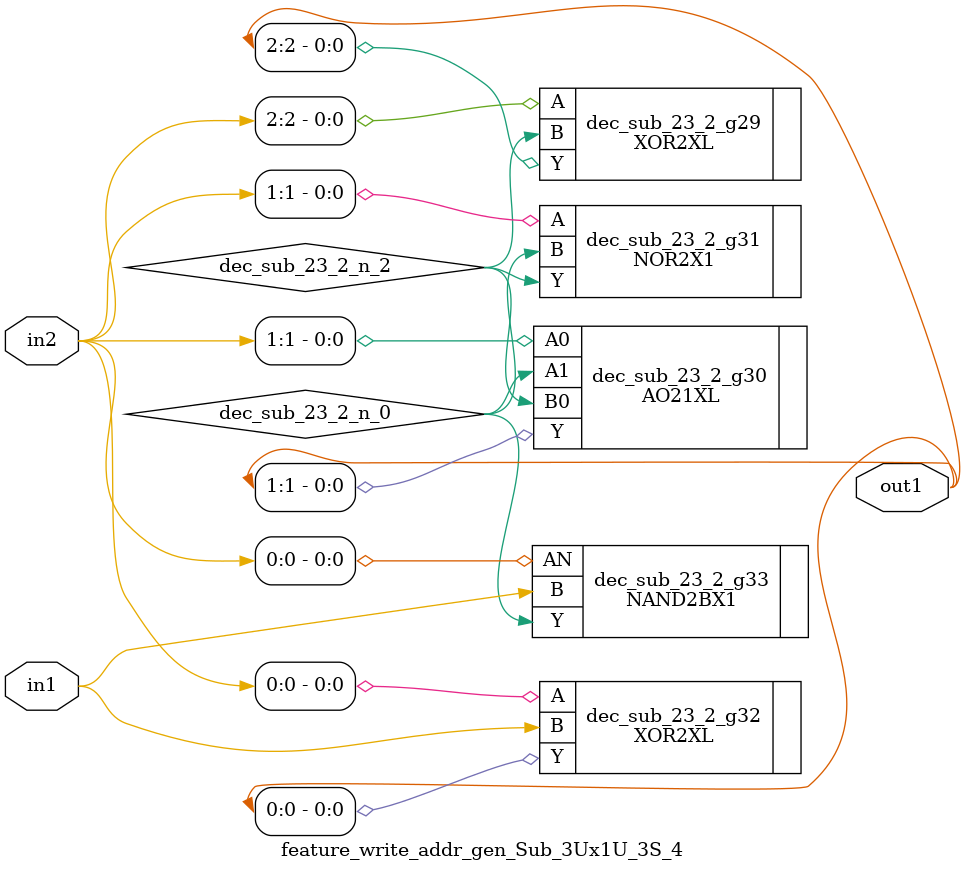
<source format=v>
`timescale 1ps / 1ps


module feature_write_addr_gen_Sub_3Ux1U_3S_4(in2, in1, out1);
  input [2:0] in2;
  input in1;
  output [2:0] out1;
  wire [2:0] in2;
  wire in1;
  wire [2:0] out1;
  wire dec_sub_23_2_n_0, dec_sub_23_2_n_2;
  XOR2XL dec_sub_23_2_g29(.A (in2[2]), .B (dec_sub_23_2_n_2), .Y
       (out1[2]));
  AO21XL dec_sub_23_2_g30(.A0 (in2[1]), .A1 (dec_sub_23_2_n_0), .B0
       (dec_sub_23_2_n_2), .Y (out1[1]));
  NOR2X1 dec_sub_23_2_g31(.A (in2[1]), .B (dec_sub_23_2_n_0), .Y
       (dec_sub_23_2_n_2));
  XOR2XL dec_sub_23_2_g32(.A (in2[0]), .B (in1), .Y (out1[0]));
  NAND2BX1 dec_sub_23_2_g33(.AN (in2[0]), .B (in1), .Y
       (dec_sub_23_2_n_0));
endmodule


</source>
